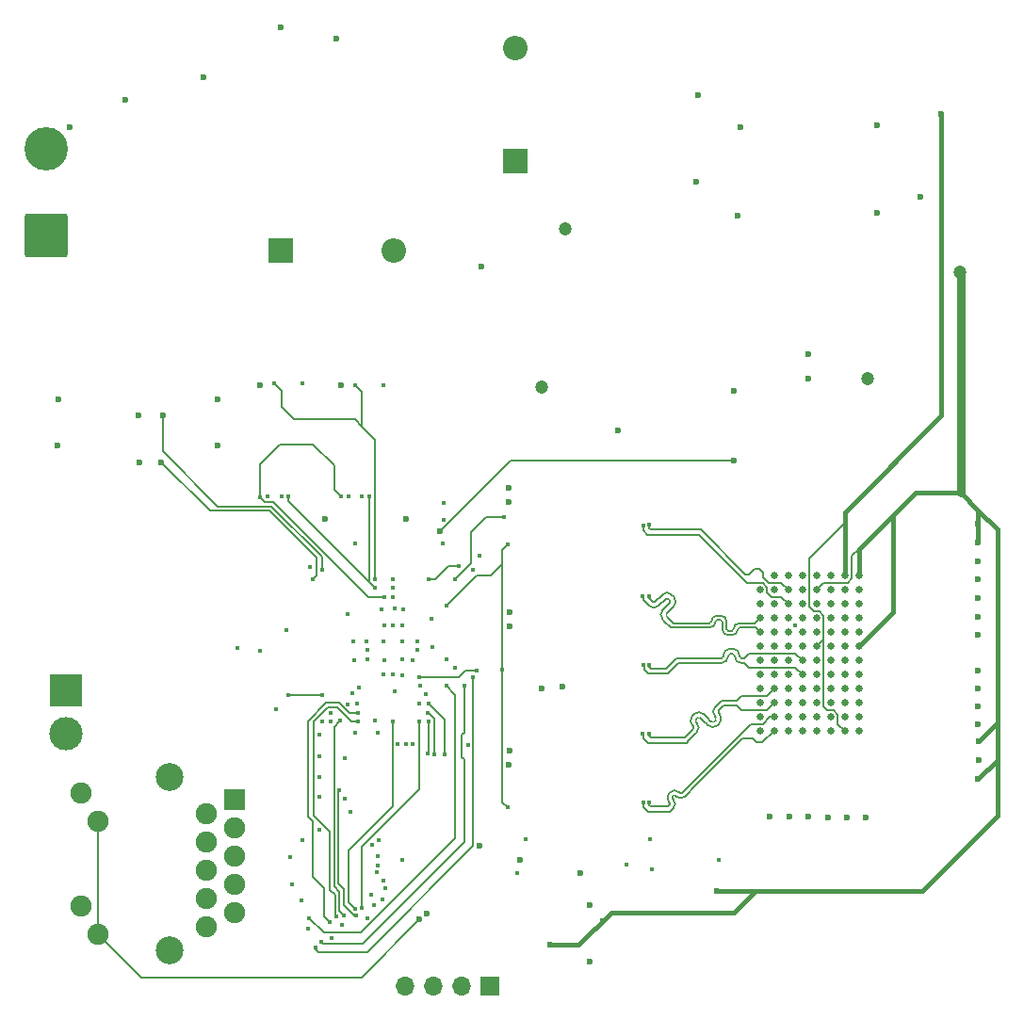
<source format=gbr>
%TF.GenerationSoftware,KiCad,Pcbnew,9.0.0*%
%TF.CreationDate,2025-02-27T19:38:35-05:00*%
%TF.ProjectId,S25-26,5332352d-3236-42e6-9b69-6361645f7063,rev?*%
%TF.SameCoordinates,Original*%
%TF.FileFunction,Copper,L3,Inr*%
%TF.FilePolarity,Positive*%
%FSLAX46Y46*%
G04 Gerber Fmt 4.6, Leading zero omitted, Abs format (unit mm)*
G04 Created by KiCad (PCBNEW 9.0.0) date 2025-02-27 19:38:35*
%MOMM*%
%LPD*%
G01*
G04 APERTURE LIST*
G04 Aperture macros list*
%AMRoundRect*
0 Rectangle with rounded corners*
0 $1 Rounding radius*
0 $2 $3 $4 $5 $6 $7 $8 $9 X,Y pos of 4 corners*
0 Add a 4 corners polygon primitive as box body*
4,1,4,$2,$3,$4,$5,$6,$7,$8,$9,$2,$3,0*
0 Add four circle primitives for the rounded corners*
1,1,$1+$1,$2,$3*
1,1,$1+$1,$4,$5*
1,1,$1+$1,$6,$7*
1,1,$1+$1,$8,$9*
0 Add four rect primitives between the rounded corners*
20,1,$1+$1,$2,$3,$4,$5,0*
20,1,$1+$1,$4,$5,$6,$7,0*
20,1,$1+$1,$6,$7,$8,$9,0*
20,1,$1+$1,$8,$9,$2,$3,0*%
G04 Aperture macros list end*
%TA.AperFunction,ComponentPad*%
%ADD10R,3.000000X3.000000*%
%TD*%
%TA.AperFunction,ComponentPad*%
%ADD11C,3.000000*%
%TD*%
%TA.AperFunction,ComponentPad*%
%ADD12C,1.900000*%
%TD*%
%TA.AperFunction,ComponentPad*%
%ADD13R,1.900000X1.900000*%
%TD*%
%TA.AperFunction,ComponentPad*%
%ADD14C,2.500000*%
%TD*%
%TA.AperFunction,ComponentPad*%
%ADD15RoundRect,0.250002X1.699998X-1.699998X1.699998X1.699998X-1.699998X1.699998X-1.699998X-1.699998X0*%
%TD*%
%TA.AperFunction,ComponentPad*%
%ADD16C,3.900000*%
%TD*%
%TA.AperFunction,ComponentPad*%
%ADD17R,2.200000X2.200000*%
%TD*%
%TA.AperFunction,ComponentPad*%
%ADD18O,2.200000X2.200000*%
%TD*%
%TA.AperFunction,ComponentPad*%
%ADD19R,1.700000X1.700000*%
%TD*%
%TA.AperFunction,ComponentPad*%
%ADD20O,1.700000X1.700000*%
%TD*%
%TA.AperFunction,ComponentPad*%
%ADD21C,0.640000*%
%TD*%
%TA.AperFunction,ViaPad*%
%ADD22C,0.400000*%
%TD*%
%TA.AperFunction,ViaPad*%
%ADD23C,0.600000*%
%TD*%
%TA.AperFunction,ViaPad*%
%ADD24C,1.200000*%
%TD*%
%TA.AperFunction,Conductor*%
%ADD25C,0.200000*%
%TD*%
%TA.AperFunction,Conductor*%
%ADD26C,0.400000*%
%TD*%
%TA.AperFunction,Conductor*%
%ADD27C,0.800000*%
%TD*%
G04 APERTURE END LIST*
D10*
%TO.N,/SCB3_RX*%
%TO.C,J3*%
X113600000Y-111620000D03*
D11*
%TO.N,/SCB3_TX*%
X113600000Y-115500000D03*
%TD*%
D12*
%TO.N,/PHY_LED0*%
%TO.C,J4*%
X116495000Y-133500000D03*
%TO.N,GND*%
X114975000Y-130960000D03*
%TO.N,/PHY_LED0*%
X116495000Y-123390000D03*
%TO.N,GND*%
X114975000Y-120850000D03*
D13*
%TO.N,unconnected-(J4-CT-PadR1)*%
X128765000Y-121460000D03*
D12*
%TO.N,/BI_DA_P*%
X126225000Y-122730000D03*
%TO.N,/BI_DA_N*%
X128765000Y-124000000D03*
%TO.N,/BI_DB_P*%
X126225000Y-125270000D03*
%TO.N,/BI_DB_N*%
X128765000Y-126540000D03*
%TO.N,/BI_DC_P*%
X126225000Y-127810000D03*
%TO.N,/BI_DC_N*%
X128765000Y-129080000D03*
%TO.N,/BI_DD_P*%
X126225000Y-130350000D03*
%TO.N,/BI_DD_N*%
X128765000Y-131620000D03*
%TO.N,GND*%
X126225000Y-132890000D03*
D14*
%TO.N,unconnected-(J4-PadSH)*%
X122925000Y-119400000D03*
X122925000Y-134950000D03*
%TD*%
D15*
%TO.N,/Voltage Regulation/DC_LINE_IN_28V*%
%TO.C,J1*%
X111825000Y-70675000D03*
D16*
%TO.N,GND*%
X111825000Y-62875000D03*
%TD*%
D17*
%TO.N,/Voltage Regulation/DC_LINE_IN_28V*%
%TO.C,D1*%
X132900000Y-72030000D03*
D18*
%TO.N,+3V3*%
X143060000Y-72030000D03*
%TD*%
D19*
%TO.N,/JTAG_SWCLK*%
%TO.C,J2*%
X151700000Y-138200000D03*
D20*
%TO.N,/JTAG_SWDIO*%
X149160000Y-138200000D03*
%TO.N,/JTAG_SWO*%
X146620000Y-138200000D03*
%TO.N,/JTAG_TDI*%
X144080000Y-138200000D03*
%TD*%
D17*
%TO.N,+3V3*%
%TO.C,D2*%
X154000000Y-64000000D03*
D18*
%TO.N,Net-(D2-A)*%
X154000000Y-53840000D03*
%TD*%
D21*
%TO.N,unconnected-(IC1-OUT2_N-PadA2)*%
%TO.C,IC1*%
X175970000Y-102560000D03*
%TO.N,unconnected-(IC1-OUT2_P-PadA3)*%
X175970000Y-103830000D03*
%TO.N,/LVDS Conversion/LVDS_CH05_N*%
X175970000Y-105100000D03*
%TO.N,/LVDS Conversion/LVDS_CH05_P*%
X175970000Y-106370000D03*
%TO.N,GND*%
X175970000Y-107640000D03*
%TO.N,+2V1*%
X175970000Y-108910000D03*
%TO.N,unconnected-(IC1-OUT12_N-PadA8)*%
X175970000Y-110180000D03*
%TO.N,unconnected-(IC1-OUT12_P-PadA9)*%
X175970000Y-111450000D03*
%TO.N,/LVDS Conversion/LVDS_CH15_N*%
X175970000Y-112720000D03*
%TO.N,/LVDS Conversion/LVDS_CH15_P*%
X175970000Y-113990000D03*
%TO.N,GND*%
X175970000Y-115260000D03*
%TO.N,/LVDS Conversion/LVDS_CTR_OUT_N*%
X177240000Y-101290000D03*
%TO.N,/LVDS Conversion/LVDS_CTR_OUT_P*%
X177240000Y-102560000D03*
%TO.N,unconnected-(IC1-OUT4_N-PadB3)*%
X177240000Y-103830000D03*
%TO.N,unconnected-(IC1-OUT4_P-PadB4)*%
X177240000Y-105100000D03*
%TO.N,/LVDS Conversion/LVDS_CH07_N*%
X177240000Y-106370000D03*
%TO.N,/LVDS Conversion/LVDS_CH07_P*%
X177240000Y-107640000D03*
%TO.N,unconnected-(IC1-OUT10_N-PadB7)*%
X177240000Y-108910000D03*
%TO.N,unconnected-(IC1-OUT10_P-PadB8)*%
X177240000Y-110180000D03*
%TO.N,/LVDS Conversion/LVDS_CH13_N*%
X177240000Y-111450000D03*
%TO.N,/LVDS Conversion/LVDS_CH13_P*%
X177240000Y-112720000D03*
%TO.N,/LVDS Conversion/LVDS_CLK_OUT_N*%
X177240000Y-113990000D03*
%TO.N,/LVDS Conversion/LVDS_CLK_OUT_P*%
X177240000Y-115260000D03*
%TO.N,GND*%
X178510000Y-101290000D03*
%TO.N,/LVDS Conversion/LVDS_CH01_N*%
X178510000Y-102560000D03*
%TO.N,/LVDS Conversion/LVDS_CH01_P*%
X178510000Y-103830000D03*
%TO.N,unconnected-(IC1-OUT6_N-PadC4)*%
X178510000Y-105100000D03*
%TO.N,unconnected-(IC1-OUT6_P-PadC5)*%
X178510000Y-106370000D03*
%TO.N,GND*%
X178510000Y-107640000D03*
%TO.N,+2V1*%
X178510000Y-108910000D03*
%TO.N,/LVDS Conversion/LVDS_CH11_N*%
X178510000Y-110180000D03*
%TO.N,/LVDS Conversion/LVDS_CH11_P*%
X178510000Y-111450000D03*
%TO.N,unconnected-(IC1-OUT16_N-PadC10)*%
X178510000Y-112720000D03*
%TO.N,unconnected-(IC1-OUT16_P-PadC11)*%
X178510000Y-113990000D03*
%TO.N,GND*%
X178510000Y-115260000D03*
%TO.N,/CMOS_CLK_IN_P*%
X179780000Y-101290000D03*
%TO.N,/CMOS_CLK_IN_N*%
X179780000Y-102560000D03*
%TO.N,/LVDS Conversion/LVDS_CH03_N*%
X179780000Y-103830000D03*
%TO.N,/LVDS Conversion/LVDS_CH03_P*%
X179780000Y-105100000D03*
%TO.N,unconnected-(IC1-OUT8_N-PadD5)*%
X179780000Y-106370000D03*
%TO.N,unconnected-(IC1-OUT8_P-PadD6)*%
X179780000Y-107640000D03*
%TO.N,/LVDS Conversion/LVDS_CH09_N*%
X179780000Y-108910000D03*
%TO.N,/LVDS Conversion/LVDS_CH09_P*%
X179780000Y-110180000D03*
%TO.N,unconnected-(IC1-OUT14_N-PadD9)*%
X179780000Y-111450000D03*
%TO.N,unconnected-(IC1-OUT14_P-PadD10)*%
X179780000Y-112720000D03*
%TO.N,Net-(IC1-VREF)*%
X179780000Y-113990000D03*
%TO.N,Net-(IC1-REF_ADC)*%
X179780000Y-115260000D03*
%TO.N,/CMOS_MASTER_CLK*%
X181050000Y-101290000D03*
%TO.N,+3V3*%
X181050000Y-102560000D03*
%TO.N,GND*%
X181050000Y-103830000D03*
%TO.N,+2V1*%
X181050000Y-105100000D03*
%TO.N,GND*%
X181050000Y-106370000D03*
%TO.N,+3V*%
X181050000Y-107640000D03*
%TO.N,+2V1*%
X181050000Y-108910000D03*
X181050000Y-110180000D03*
%TO.N,GND*%
X181050000Y-111450000D03*
%TO.N,Net-(IC1-SG_ADC)*%
X181050000Y-112720000D03*
%TO.N,Net-(IC1-VRAMP1)*%
X181050000Y-113990000D03*
%TO.N,Net-(IC1-VRAMP2)*%
X181050000Y-115260000D03*
%TO.N,GND*%
X182320000Y-101290000D03*
%TO.N,/FRAME_REQ*%
X182320000Y-102560000D03*
%TO.N,/CMOS_SPI_MOSI*%
X182320000Y-103830000D03*
%TO.N,/CMOS_SPI_MISO*%
X182320000Y-105100000D03*
%TO.N,Net-(IC1-CMD_P__INV)*%
X182320000Y-106370000D03*
%TO.N,Net-(IC1-VPCH_H)*%
X182320000Y-107640000D03*
%TO.N,Net-(IC1-VRES_H)*%
X182320000Y-108910000D03*
%TO.N,Net-(IC1-VTF_L2)*%
X182320000Y-110180000D03*
%TO.N,Net-(IC1-COL_LOAD)*%
X182320000Y-111450000D03*
%TO.N,Net-(IC1-RAMP)*%
X182320000Y-112720000D03*
%TO.N,unconnected-(IC1-DIO1-PadF11)*%
X182320000Y-113990000D03*
%TO.N,GND*%
X182320000Y-115260000D03*
%TO.N,+3V*%
X183590000Y-101290000D03*
%TO.N,unconnected-(IC1-TDIG2-PadG2)*%
X183590000Y-102560000D03*
%TO.N,unconnected-(IC1-T_EXP2-PadG3)*%
X183590000Y-103830000D03*
%TO.N,/CMOS_SPI_EN*%
X183590000Y-105100000D03*
%TO.N,Net-(IC1-CMD_P)*%
X183590000Y-106370000D03*
%TO.N,Net-(IC1-CMD_N)*%
X183590000Y-107640000D03*
%TO.N,unconnected-(IC1-TANA-PadG7)*%
X183590000Y-108910000D03*
%TO.N,GND*%
X183590000Y-110180000D03*
%TO.N,Net-(IC1-COL_AMP)*%
X183590000Y-111450000D03*
%TO.N,Net-(IC1-ADC)*%
X183590000Y-112720000D03*
%TO.N,Net-(IC1-VBGAP)*%
X183590000Y-113990000D03*
%TO.N,+3V*%
X183590000Y-115260000D03*
%TO.N,+3V3*%
X184860000Y-101290000D03*
%TO.N,unconnected-(IC1-TDIG1-PadH2)*%
X184860000Y-102560000D03*
%TO.N,unconnected-(IC1-T_EXP1-PadH3)*%
X184860000Y-103830000D03*
%TO.N,/CMOS_SPI_CLK*%
X184860000Y-105100000D03*
%TO.N,/CMOS_RESET_N*%
X184860000Y-106370000D03*
%TO.N,+3V3*%
X184860000Y-107640000D03*
%TO.N,GND*%
X184860000Y-108910000D03*
%TO.N,Net-(IC1-VRES_L)*%
X184860000Y-110180000D03*
%TO.N,Net-(IC1-VTF_L3)*%
X184860000Y-111450000D03*
%TO.N,Net-(IC1-COL_PC)*%
X184860000Y-112720000D03*
%TO.N,Net-(IC1-LVDS)*%
X184860000Y-113990000D03*
%TO.N,unconnected-(IC1-DIO2-PadH12)*%
X184860000Y-115260000D03*
%TD*%
D22*
%TO.N,GND*%
X139440000Y-107200000D03*
%TO.N,/FRAME_REQ*%
X147830000Y-108800000D03*
%TO.N,/Processing/QSPI_SCLK*%
X139600000Y-98400000D03*
%TO.N,/Processing/EXT_PS_CTL1*%
X154900000Y-125000000D03*
%TO.N,/LVDS Conversion/LVDS_RECV_EN*%
X147800000Y-104000000D03*
X153300000Y-122100000D03*
%TO.N,/Processing/EXT_PS_CTL1*%
X146450000Y-105200000D03*
%TO.N,/CMOS_SPI_EN*%
X179100000Y-105750000D03*
%TO.N,/LVDS Conversion/LVDS_RECV_EN*%
X152845000Y-109700000D03*
X153300000Y-98500000D03*
%TO.N,/LVDS Conversion/CMOS_CTR_OUT*%
X153000000Y-96000000D03*
%TO.N,/Processing/ECO_IN*%
X154200000Y-128000000D03*
%TO.N,/Processing/QSPI_IO2*%
X132330000Y-84030000D03*
%TO.N,/Processing/QSPI_SEL0*%
X134870000Y-84030000D03*
%TO.N,/Processing/QSPI_IO2*%
X139600000Y-84200000D03*
%TO.N,/Processing/QSPI_SEL1*%
X142140000Y-84200000D03*
%TO.N,GND*%
X129000000Y-107750000D03*
X131050000Y-108050000D03*
%TO.N,+3V3*%
X133400000Y-106150000D03*
%TO.N,/Processing/EXT_PS_CTL1*%
X166100000Y-125000000D03*
%TO.N,/Processing/DRV_VOUT*%
X166300000Y-127700000D03*
%TO.N,/Processing/EXT_PS_CTL0*%
X164000000Y-127250000D03*
%TO.N,/CMOS_SPI_EN*%
X146200000Y-101600000D03*
X148900000Y-100400000D03*
%TO.N,GND*%
X149798400Y-116500000D03*
%TO.N,/JTAG_TDI*%
X146100000Y-117300000D03*
%TO.N,/JTAG_SWO*%
X146700000Y-117400000D03*
%TO.N,/JTAG_SWCLK*%
X147650000Y-117400000D03*
%TO.N,/Processing/DRV_VOUT*%
X143412500Y-116387500D03*
%TO.N,/Processing/EXT_PS_CTL0*%
X144200000Y-116400000D03*
%TO.N,/Processing/EXT_PS_CTL1*%
X144800000Y-116400000D03*
%TO.N,/CMOS_SPI_MOSI*%
X145975000Y-111925000D03*
%TO.N,/Processing/EXT_PS_CTL1*%
X145450000Y-111150000D03*
%TO.N,/CMOS_SPI_CLK*%
X150500000Y-109800000D03*
X145400000Y-110400000D03*
%TO.N,/Processing/ECO_IN*%
X141600000Y-115400000D03*
%TO.N,GND*%
X141400000Y-114350000D03*
%TO.N,/ETH0_RX_CTL*%
X142975000Y-114435000D03*
%TO.N,/ETH0_RX_CLK*%
X145400000Y-114400000D03*
%TO.N,/JTAG_TDI*%
X146190000Y-114430000D03*
%TO.N,/JTAG_SWO*%
X146159427Y-113618400D03*
%TO.N,/HRSTN*%
X147800000Y-111200000D03*
%TO.N,/ETH0_MDIO*%
X149400000Y-111200000D03*
%TO.N,/ETH0_MDC*%
X150200000Y-110400000D03*
%TO.N,/CMOS_RESET_N*%
X148600000Y-109550000D03*
%TO.N,/CMOS_SPI_MISO*%
X145400000Y-112800000D03*
%TO.N,/JTAG_SWCLK*%
X146200000Y-112800000D03*
%TO.N,GND*%
X143150000Y-111650000D03*
%TO.N,+3V3*%
X142150000Y-110200000D03*
X143000000Y-110200000D03*
X143875000Y-110225000D03*
%TO.N,/SCB3_RX*%
X136600000Y-112000000D03*
%TO.N,/LVDS Conversion/LVDS_CH01_P*%
X165510000Y-96750000D03*
%TO.N,/LVDS Conversion/LVDS_CH01_N*%
X166020000Y-96730000D03*
%TO.N,/LVDS Conversion/LVDS_CH05_P*%
X165400000Y-103100000D03*
%TO.N,/LVDS Conversion/LVDS_CH05_N*%
X166000000Y-103100000D03*
%TO.N,/LVDS Conversion/LVDS_CH09_P*%
X165500000Y-109300000D03*
%TO.N,/LVDS Conversion/LVDS_CH09_N*%
X166055499Y-109305000D03*
%TO.N,/LVDS Conversion/LVDS_CH13_P*%
X165400000Y-115500000D03*
%TO.N,/LVDS Conversion/LVDS_CH13_N*%
X166000000Y-115500000D03*
%TO.N,/LVDS Conversion/LVDS_CLK_OUT_P*%
X165498397Y-121700000D03*
%TO.N,/LVDS Conversion/LVDS_CLK_OUT_N*%
X166000000Y-121700000D03*
%TO.N,GND*%
X172300000Y-126850000D03*
%TO.N,/HRSTN*%
X135450000Y-132060000D03*
%TO.N,GND*%
X135400000Y-133000000D03*
%TO.N,/ETH0_MDC*%
X136050000Y-134750000D03*
%TO.N,/ETH0_MDIO*%
X136525000Y-134200000D03*
%TO.N,GND*%
X137500000Y-133900000D03*
%TO.N,/ETH0_RXD_3*%
X137350000Y-132435000D03*
%TO.N,/ETH0_RXD_1*%
X138625000Y-131835000D03*
%TO.N,/ETH0_RXD_2*%
X137925000Y-131910000D03*
%TO.N,GND*%
X138400000Y-132700000D03*
%TO.N,/ETH0_RXD_0*%
X139650000Y-131835000D03*
%TO.N,/ETH0_RX_CTL*%
X139600000Y-131235000D03*
%TO.N,/ETH0_RX_CLK*%
X140210000Y-131160000D03*
%TO.N,GND*%
X140700000Y-132100000D03*
X141300000Y-130900000D03*
X134800000Y-130500000D03*
%TO.N,/VDD1V1*%
X133955000Y-129055000D03*
X133775000Y-126560000D03*
%TO.N,GND*%
X134900000Y-125100000D03*
%TO.N,/VDD1V1*%
X136400000Y-124100000D03*
X141098159Y-125448159D03*
%TO.N,GND*%
X141700000Y-125100000D03*
%TO.N,/ETH0_TX_CLK*%
X141600000Y-126479751D03*
%TO.N,/ETH0_TXD_0*%
X141550000Y-127960000D03*
%TO.N,/ETH0_TX_CTL*%
X141625000Y-127335000D03*
%TO.N,/VDD1V1*%
X141050000Y-129935000D03*
%TO.N,/ETH0_TXD_3*%
X142100000Y-130410000D03*
%TO.N,/ETH0_TXD_2*%
X142275000Y-129360000D03*
%TO.N,/ETH0_TXD_1*%
X142150000Y-128735000D03*
%TO.N,GND*%
X143850000Y-126850000D03*
X139150000Y-122535000D03*
X138700000Y-121300000D03*
X136400000Y-121200000D03*
%TO.N,/ETH0_RXD_0*%
X138200000Y-120585000D03*
%TO.N,GND*%
X136400000Y-119400000D03*
X136400000Y-117500000D03*
X138700000Y-117700000D03*
X136400000Y-115600000D03*
X143950000Y-104300000D03*
X142012500Y-104287500D03*
X143175000Y-104275000D03*
X135500000Y-100500000D03*
%TO.N,/Processing/TEMPR_ADC0 (P6.0)*%
X136600000Y-100800000D03*
%TO.N,/Processing/TEMPR_ADC1 (P6.1)*%
X135800000Y-101600000D03*
%TO.N,/ETH0_TXD_0*%
X137392500Y-113607500D03*
%TO.N,/SCB3_RX*%
X133600000Y-112000000D03*
%TO.N,GND*%
X132500000Y-113300000D03*
%TO.N,/ETH0_TX_CLK*%
X137442500Y-114400000D03*
%TO.N,/ETH0_TX_CTL*%
X136600000Y-114385000D03*
%TO.N,/ETH0_RXD_1*%
X138242500Y-114342500D03*
%TO.N,GND*%
X139600000Y-115400000D03*
%TO.N,/ETH0_RXD_2*%
X139825000Y-114409744D03*
%TO.N,/ETH0_RXD_3*%
X139815257Y-113600001D03*
%TO.N,/ETH0_TXD_1*%
X138950000Y-112850000D03*
%TO.N,/ETH0_TXD_3*%
X139807629Y-112792371D03*
%TO.N,/ETH0_TXD_2*%
X139329424Y-111849504D03*
%TO.N,/Processing/EXT_PS_CTL1*%
X139950000Y-111350000D03*
%TO.N,GND*%
X139500000Y-108900000D03*
X138950000Y-104750000D03*
%TO.N,+3V3*%
X140700000Y-108800000D03*
X140700000Y-108000000D03*
X140637500Y-107162500D03*
X142200000Y-105800000D03*
X143850000Y-105800000D03*
X143000000Y-105800000D03*
%TO.N,GND*%
X142150000Y-107200000D03*
X142200000Y-108850000D03*
X143800000Y-108800000D03*
X143800000Y-107200000D03*
X146575400Y-107710000D03*
%TO.N,+3V3*%
X144800000Y-108900000D03*
X145150000Y-108000000D03*
X145200000Y-107200000D03*
%TO.N,/Processing/QSPI_IO3*%
X140870000Y-94200000D03*
%TO.N,GND*%
X140200000Y-94200000D03*
X139000000Y-94200000D03*
%TO.N,/Processing/QSPI_IO0*%
X138315000Y-94185000D03*
%TO.N,/Processing/QSPI_IO3*%
X133600000Y-94200000D03*
%TO.N,GND*%
X133000000Y-94200000D03*
X131700000Y-94200000D03*
%TO.N,/Processing/QSPI_IO0*%
X131081801Y-94218199D03*
%TO.N,GND*%
X147500000Y-98400000D03*
X147550000Y-96250000D03*
X147550000Y-94750000D03*
%TO.N,/CMOS_SPI_EN*%
X150800000Y-99500000D03*
%TO.N,GND*%
X150150000Y-100800000D03*
%TO.N,/LVDS Conversion/CMOS_CTR_OUT*%
X148600000Y-101600000D03*
%TO.N,/Processing/QSPI_IO0*%
X142200000Y-103200000D03*
%TO.N,/Processing/QSPI_SCLK*%
X143000000Y-103200000D03*
%TO.N,/Processing/QSPI_SEL1*%
X143000000Y-102400000D03*
%TO.N,/Processing/QSPI_SEL0*%
X143000000Y-101600000D03*
%TO.N,/Processing/QSPI_IO3*%
X141400000Y-102400000D03*
%TO.N,/Processing/QSPI_IO2*%
X141400002Y-101600000D03*
D23*
%TO.N,+2V1*%
X190400000Y-67200000D03*
D24*
%TO.N,+3V3*%
X158500000Y-70100000D03*
D23*
X161850000Y-132350000D03*
X172100000Y-129600000D03*
X153500000Y-105820000D03*
D24*
X194000000Y-74000000D03*
D23*
X195600000Y-98300000D03*
X195615000Y-116210000D03*
X127200000Y-89600000D03*
X195600000Y-96600000D03*
X163200000Y-88200000D03*
X153445000Y-118255000D03*
X195605000Y-119530000D03*
X158200000Y-111300000D03*
X153400000Y-94665000D03*
X157100000Y-134500000D03*
X127200000Y-85400000D03*
%TO.N,+3V*%
X192300000Y-59800000D03*
%TO.N,GND*%
X195600000Y-109800000D03*
X153500000Y-116985000D03*
X154400000Y-126850000D03*
X178600000Y-122980000D03*
X173650000Y-84700000D03*
X186500000Y-60800000D03*
X180300000Y-83600000D03*
X195600000Y-103300000D03*
X153400000Y-93400000D03*
X195600000Y-111400000D03*
X176820000Y-122970000D03*
X150950000Y-73500000D03*
X180340000Y-122970000D03*
X180300000Y-81400000D03*
X125950000Y-56500000D03*
D24*
X185630000Y-83570000D03*
D23*
X182070000Y-123020000D03*
X113950000Y-61000000D03*
X170225000Y-65900000D03*
X153500000Y-104550000D03*
X195600000Y-113000000D03*
X160700000Y-136000000D03*
X112875000Y-89600000D03*
D24*
X156400000Y-84300000D03*
D23*
X174200000Y-61000000D03*
X159800000Y-128000000D03*
X170450000Y-58050000D03*
X174000000Y-68900000D03*
X186500000Y-68700000D03*
X160700000Y-130900000D03*
X136900000Y-96200000D03*
X132950000Y-52025000D03*
X137950000Y-53000000D03*
X195600000Y-106600000D03*
X112900000Y-85400000D03*
X144200000Y-96200000D03*
X150750000Y-125600000D03*
X195605000Y-114630000D03*
X195600000Y-105000000D03*
X120175000Y-91100000D03*
X195600000Y-100000000D03*
X118950000Y-58500000D03*
X131060000Y-84140000D03*
X120099997Y-86900000D03*
X138330000Y-84130000D03*
X183770000Y-123000000D03*
X156400000Y-111400000D03*
X195635000Y-117860000D03*
X195600000Y-101600000D03*
X185480000Y-122990000D03*
X146014579Y-131687851D03*
%TO.N,/CMOS_MASTER_CLK*%
X147200000Y-97300000D03*
X173600000Y-90900000D03*
%TO.N,/Processing/TEMPR_ADC1 (P6.1)*%
X122200000Y-91100000D03*
%TO.N,/Processing/TEMPR_ADC0 (P6.0)*%
X122300000Y-86900000D03*
%TO.N,/PHY_LED0*%
X145400000Y-132200000D03*
%TD*%
D25*
%TO.N,/JTAG_SWO*%
X146700000Y-114100000D02*
X146700000Y-117400000D01*
X146230000Y-113630000D02*
X146700000Y-114100000D01*
X146159427Y-113618400D02*
X146171027Y-113630000D01*
X146171027Y-113630000D02*
X146230000Y-113630000D01*
%TO.N,/JTAG_TDI*%
X146200000Y-114440000D02*
X146200000Y-117100000D01*
X146200000Y-117100000D02*
X146100000Y-117200000D01*
X146190000Y-114430000D02*
X146200000Y-114440000D01*
X146100000Y-117200000D02*
X146100000Y-117300000D01*
%TO.N,/LVDS Conversion/LVDS_RECV_EN*%
X152845000Y-109700000D02*
X152845000Y-121645000D01*
%TO.N,/ETH0_MDC*%
X140700000Y-135100000D02*
X150200000Y-125600000D01*
X150200000Y-125600000D02*
X150200000Y-110400000D01*
X136300000Y-135100000D02*
X140700000Y-135100000D01*
X136050000Y-134850000D02*
X136300000Y-135100000D01*
X136050000Y-134750000D02*
X136050000Y-134850000D01*
%TO.N,/HRSTN*%
X136790000Y-133400000D02*
X135450000Y-132060000D01*
X140110000Y-133400000D02*
X136790000Y-133400000D01*
X148600000Y-124910000D02*
X140110000Y-133400000D01*
X148600000Y-112000000D02*
X148600000Y-124910000D01*
X147800000Y-111200000D02*
X148600000Y-112000000D01*
%TO.N,/ETH0_RX_CLK*%
X145400000Y-120500000D02*
X145400000Y-114400000D01*
X140225000Y-131160000D02*
X140225000Y-125675000D01*
X140225000Y-125675000D02*
X145400000Y-120500000D01*
%TO.N,/Processing/TEMPR_ADC1 (P6.1)*%
X136100000Y-99665686D02*
X136100000Y-101300000D01*
X131884314Y-95450000D02*
X136100000Y-99665686D01*
X136100000Y-101300000D02*
X135800000Y-101600000D01*
X126550000Y-95450000D02*
X131884314Y-95450000D01*
X122200000Y-91100000D02*
X126550000Y-95450000D01*
%TO.N,/CMOS_SPI_EN*%
X148000000Y-100400000D02*
X148900000Y-100400000D01*
X146800000Y-101600000D02*
X148000000Y-100400000D01*
X146200000Y-101600000D02*
X146800000Y-101600000D01*
%TO.N,/ETH0_MDIO*%
X149200000Y-117600000D02*
X149400000Y-117800000D01*
X149400000Y-117800000D02*
X149400000Y-125241372D01*
X149400000Y-115400000D02*
X149200000Y-115600000D01*
X149200000Y-115600000D02*
X149200000Y-117600000D01*
X136725000Y-134400000D02*
X136525000Y-134200000D01*
X149400000Y-125241372D02*
X140241372Y-134400000D01*
X140241372Y-134400000D02*
X136725000Y-134400000D01*
X149400000Y-111200000D02*
X149400000Y-115400000D01*
%TO.N,/JTAG_TDI*%
X146100000Y-117300000D02*
X146100000Y-117400000D01*
%TO.N,/CMOS_SPI_CLK*%
X149500000Y-109800000D02*
X148900000Y-110400000D01*
X150500000Y-109800000D02*
X149500000Y-109800000D01*
X148900000Y-110400000D02*
X145400000Y-110400000D01*
%TO.N,/Processing/QSPI_IO0*%
X138315000Y-94185000D02*
X138330000Y-94200000D01*
X131081801Y-94218199D02*
X131060000Y-94196397D01*
%TO.N,/Processing/QSPI_IO2*%
X141400002Y-101600000D02*
X141400002Y-101615258D01*
%TO.N,+3V3*%
X181050000Y-102560000D02*
X181700000Y-101910000D01*
X183846813Y-101910000D02*
X184260000Y-101496813D01*
D26*
X197310000Y-117825000D02*
X197310000Y-122900000D01*
X195600000Y-96600000D02*
X195600000Y-98300000D01*
X184860000Y-101290000D02*
X184860000Y-98930000D01*
X162600000Y-131600000D02*
X159700000Y-134500000D01*
X159700000Y-134500000D02*
X157100000Y-134500000D01*
X195600000Y-95390000D02*
X194040000Y-93830000D01*
X194040000Y-93830000D02*
X189960000Y-93830000D01*
X195600000Y-95390000D02*
X197310000Y-97100000D01*
X190610000Y-129600000D02*
X175600000Y-129600000D01*
X197310000Y-117825000D02*
X195605000Y-119530000D01*
X197310000Y-122900000D02*
X190610000Y-129600000D01*
X187915000Y-95875000D02*
X189960000Y-93830000D01*
X197310000Y-97100000D02*
X197310000Y-114515000D01*
X184860000Y-98930000D02*
X187915000Y-95875000D01*
X184860000Y-107640000D02*
X187915000Y-104585000D01*
X175600000Y-129600000D02*
X173600000Y-131600000D01*
X173600000Y-131600000D02*
X162600000Y-131600000D01*
X197310000Y-114515000D02*
X195615000Y-116210000D01*
D25*
X181700000Y-101910000D02*
X183846813Y-101910000D01*
X184260000Y-101496813D02*
X184260000Y-99530000D01*
D26*
X175600000Y-129600000D02*
X172100000Y-129600000D01*
X195600000Y-96600000D02*
X195600000Y-95390000D01*
X187915000Y-104585000D02*
X187915000Y-95875000D01*
D27*
X194040000Y-74040000D02*
X194040000Y-93830000D01*
D26*
X197310000Y-114515000D02*
X197310000Y-117825000D01*
D25*
X184260000Y-99530000D02*
X184860000Y-98930000D01*
%TO.N,+3V*%
X183590000Y-96550000D02*
X180430000Y-99710000D01*
X181700000Y-104873187D02*
X181700000Y-106850000D01*
X181306813Y-104480000D02*
X181700000Y-104873187D01*
X180430000Y-104086813D02*
X180823187Y-104480000D01*
X180823187Y-104480000D02*
X181306813Y-104480000D01*
D26*
X192300000Y-86910000D02*
X183590000Y-95620000D01*
D25*
X181050000Y-107640000D02*
X181700000Y-106990000D01*
D26*
X192300000Y-59800000D02*
X192300000Y-86910000D01*
X183590000Y-95620000D02*
X183590000Y-96550000D01*
D25*
X180430000Y-99710000D02*
X180430000Y-104086813D01*
X182970000Y-113763187D02*
X182576813Y-113370000D01*
X182576813Y-113370000D02*
X182040000Y-113370000D01*
X183590000Y-115260000D02*
X182970000Y-114640000D01*
X181700000Y-106990000D02*
X181700000Y-106850000D01*
X182040000Y-113370000D02*
X181700000Y-113030000D01*
X181700000Y-113030000D02*
X181700000Y-106850000D01*
X182970000Y-114640000D02*
X182970000Y-113763187D01*
D26*
X183590000Y-101290000D02*
X183590000Y-96550000D01*
D25*
%TO.N,/LVDS Conversion/LVDS_CH13_P*%
X169550000Y-116120000D02*
X169370000Y-116300000D01*
X173930000Y-112945000D02*
X172725000Y-112945000D01*
X169370000Y-116300000D02*
X165900000Y-116300000D01*
X172725000Y-112945000D02*
X172270000Y-113400000D01*
X170148678Y-115521320D02*
X169550000Y-116120000D01*
X170965050Y-114389949D02*
X170625598Y-114050497D01*
X165900000Y-116300000D02*
X165500000Y-115900000D01*
X174325000Y-113340000D02*
X173930000Y-112945000D01*
X172270000Y-113650686D02*
X172326621Y-113707307D01*
X171304516Y-114729414D02*
X171247896Y-114672794D01*
X176620000Y-113340000D02*
X174325000Y-113340000D01*
X171247896Y-114672794D02*
X170965053Y-114389951D01*
X177240000Y-112720000D02*
X176620000Y-113340000D01*
X172326620Y-114587993D02*
X172185200Y-114729414D01*
X170374911Y-114050497D02*
X170233489Y-114191918D01*
X170233489Y-114442604D02*
X170290098Y-114499213D01*
X165500000Y-115900000D02*
X165500000Y-115500000D01*
X170965053Y-114389951D02*
X170965050Y-114389949D01*
X170290098Y-115379898D02*
X170148678Y-115521320D01*
X170233489Y-114191918D02*
G75*
G03*
X170233450Y-114442643I125311J-125382D01*
G01*
X172270000Y-113400000D02*
G75*
G03*
X172270043Y-113650643I125300J-125300D01*
G01*
X170625598Y-114050497D02*
G75*
G03*
X170374910Y-114050496I-125344J-125343D01*
G01*
X172326621Y-113707307D02*
G75*
G02*
X172326571Y-114587943I-440321J-440293D01*
G01*
X172185200Y-114729414D02*
G75*
G02*
X171304516Y-114729414I-440342J440341D01*
G01*
X170290098Y-114499213D02*
G75*
G02*
X170290143Y-115379943I-440298J-440387D01*
G01*
%TO.N,/LVDS Conversion/LVDS_CLK_OUT_P*%
X169370684Y-121009316D02*
X170125000Y-120255000D01*
X174420000Y-115960000D02*
X175360000Y-115960000D01*
X167880000Y-122500000D02*
X168195000Y-122185000D01*
X165900000Y-122500000D02*
X167880000Y-122500000D01*
X175690000Y-116290000D02*
X176210000Y-116290000D01*
X170125000Y-120255000D02*
X174420000Y-115960000D01*
X175360000Y-115960000D02*
X175690000Y-116290000D01*
X176210000Y-116290000D02*
X177240000Y-115260000D01*
X168195000Y-121409728D02*
X168119000Y-121333728D01*
X168401843Y-121050885D02*
X168477844Y-121126886D01*
X168119000Y-121168454D02*
X168236571Y-121050884D01*
X165500000Y-122100000D02*
X165900000Y-122500000D01*
X169253116Y-121126886D02*
X169370684Y-121009316D01*
X165500000Y-121700000D02*
X165500000Y-122100000D01*
X168236571Y-121050884D02*
G75*
G02*
X168401836Y-121050891I82629J-82616D01*
G01*
X168477844Y-121126886D02*
G75*
G03*
X169253116Y-121126886I387636J387636D01*
G01*
X168195000Y-122185000D02*
G75*
G03*
X168194964Y-121409764I-387600J387600D01*
G01*
X168119000Y-121333728D02*
G75*
G02*
X168119009Y-121168463I82600J82628D01*
G01*
%TO.N,/LVDS Conversion/LVDS_CH01_P*%
X176620000Y-102333187D02*
X176226813Y-101940000D01*
X170510000Y-97590000D02*
X170480000Y-97590000D01*
X178510000Y-103830000D02*
X177860000Y-103180000D01*
X176620000Y-102816813D02*
X176620000Y-102333187D01*
X165510000Y-96750000D02*
X165510000Y-97210000D01*
X176226813Y-101940000D02*
X174860000Y-101940000D01*
X174860000Y-101940000D02*
X170510000Y-97590000D01*
X165890000Y-97590000D02*
X166620000Y-97590000D01*
X170480000Y-97590000D02*
X166620000Y-97590000D01*
X165510000Y-97210000D02*
X165890000Y-97590000D01*
X177860000Y-103180000D02*
X176983187Y-103180000D01*
X176983187Y-103180000D02*
X176620000Y-102816813D01*
%TO.N,/LVDS Conversion/LVDS_CLK_OUT_N*%
X167814001Y-120863455D02*
X167931572Y-120745885D01*
X176250000Y-114610000D02*
X176870000Y-113990000D01*
X175160000Y-114610000D02*
X176250000Y-114610000D01*
X168948119Y-120821886D02*
X169065685Y-120704317D01*
X169820000Y-119950000D02*
X175160000Y-114610000D01*
X167890001Y-121714727D02*
X167814001Y-121638727D01*
X166000000Y-121700000D02*
X166000000Y-121900000D01*
X167890000Y-121880000D02*
X167890001Y-121880001D01*
X169065685Y-120704317D02*
X169820000Y-119950000D01*
X166000000Y-121900000D02*
X166150000Y-122050000D01*
X166150000Y-122050000D02*
X167720000Y-122050000D01*
X176870000Y-113990000D02*
X177240000Y-113990000D01*
X167720000Y-122050000D02*
X167890000Y-121880000D01*
X168706844Y-120745885D02*
X168782845Y-120821886D01*
X168782845Y-120821886D02*
G75*
G03*
X168948119Y-120821886I82637J82638D01*
G01*
X167814001Y-121638727D02*
G75*
G02*
X167814010Y-120863464I387599J387627D01*
G01*
X167890001Y-121880001D02*
G75*
G03*
X167889965Y-121714763I-82601J82601D01*
G01*
X167931572Y-120745885D02*
G75*
G02*
X168706844Y-120745885I387636J-387636D01*
G01*
%TO.N,/LVDS Conversion/LVDS_CH05_N*%
X167744213Y-105044213D02*
X168260001Y-105560001D01*
X166000000Y-103300000D02*
X166330000Y-103630000D01*
X168083828Y-103007540D02*
X168225249Y-103148961D01*
X170150000Y-105560001D02*
X171040000Y-105560001D01*
X171460000Y-105560001D02*
X171140000Y-105560001D01*
X168225250Y-104064647D02*
X167602789Y-104687105D01*
X167602790Y-104902791D02*
X167744213Y-105044213D01*
X168260001Y-105560001D02*
X170150000Y-105560001D01*
X166000000Y-103100000D02*
X166000000Y-103300000D01*
X166330000Y-103630000D02*
X166329998Y-103629999D01*
X173000000Y-105960001D02*
X173000000Y-105420001D01*
X173460000Y-106240001D02*
X173140000Y-106240001D01*
X171140000Y-105560001D02*
X171040000Y-105560001D01*
X175509999Y-105560001D02*
X174140000Y-105560001D01*
X172460000Y-104880001D02*
X172140000Y-104880001D01*
X175970000Y-105100000D02*
X175509999Y-105560001D01*
X173000000Y-106100001D02*
X173000000Y-105960001D01*
X166545686Y-103630001D02*
X167168144Y-103007540D01*
X173600000Y-106100001D02*
G75*
G02*
X173460000Y-106240000I-140000J1D01*
G01*
X167168144Y-103007540D02*
G75*
G02*
X168083828Y-103007540I457842J-457843D01*
G01*
X173140000Y-106240001D02*
G75*
G02*
X172999999Y-106100001I0J140001D01*
G01*
X171600000Y-105420001D02*
G75*
G02*
X171460000Y-105560000I-140000J1D01*
G01*
X173000000Y-105420001D02*
G75*
G03*
X172460000Y-104880000I-540000J1D01*
G01*
X174140000Y-105560001D02*
G75*
G03*
X173600001Y-106100001I0J-539999D01*
G01*
X167602789Y-104687105D02*
G75*
G03*
X167602837Y-104902743I107811J-107795D01*
G01*
X166329998Y-103629999D02*
G75*
G03*
X166545643Y-103629958I107802J107799D01*
G01*
X172140000Y-104880001D02*
G75*
G03*
X171600001Y-105420001I0J-539999D01*
G01*
X168225249Y-103148961D02*
G75*
G02*
X168225246Y-104064643I-457849J-457839D01*
G01*
%TO.N,/LVDS Conversion/LVDS_CH09_P*%
X167703200Y-110105000D02*
X168658200Y-109150000D01*
X174980000Y-109560000D02*
X179160000Y-109560000D01*
X165555499Y-109705000D02*
X165955499Y-110105000D01*
X174336000Y-109150000D02*
X174540000Y-109150000D01*
X174570000Y-109150000D02*
X174980000Y-109560000D01*
X179160000Y-109560000D02*
X179780000Y-110180000D01*
X174540000Y-109150000D02*
X174550000Y-109150000D01*
X173133000Y-108517000D02*
X173133000Y-108482204D01*
X173316000Y-108299204D02*
X173520000Y-108299204D01*
X168658200Y-109150000D02*
X172500000Y-109150000D01*
X165555499Y-109305000D02*
X165555499Y-109705000D01*
X174550000Y-109150000D02*
X174570000Y-109150000D01*
X165955499Y-110105000D02*
X167703200Y-110105000D01*
X173703000Y-108482204D02*
X173703000Y-108517000D01*
X173133000Y-108482204D02*
G75*
G02*
X173316000Y-108299200I183000J4D01*
G01*
X172500000Y-109150000D02*
G75*
G03*
X173133000Y-108517000I0J633000D01*
G01*
X173520000Y-108299204D02*
G75*
G02*
X173702996Y-108482204I0J-182996D01*
G01*
X173703000Y-108517000D02*
G75*
G03*
X174336000Y-109150000I633000J0D01*
G01*
%TO.N,/CMOS_MASTER_CLK*%
X153600000Y-90900000D02*
X173600000Y-90900000D01*
X147200000Y-97300000D02*
X153600000Y-90900000D01*
%TO.N,/LVDS Conversion/LVDS_CH09_N*%
X172683000Y-108517000D02*
X172683000Y-108482204D01*
X179160000Y-108290000D02*
X179780000Y-108910000D01*
X174540000Y-108700000D02*
X174550000Y-108700000D01*
X174336000Y-108700000D02*
X174540000Y-108700000D01*
X168471800Y-108700000D02*
X172500000Y-108700000D01*
X173316000Y-107849204D02*
X173520000Y-107849204D01*
X174560000Y-108700000D02*
X174970000Y-108290000D01*
X174970000Y-108290000D02*
X179160000Y-108290000D01*
X167510900Y-109660900D02*
X168471800Y-108700000D01*
X174550000Y-108700000D02*
X174560000Y-108700000D01*
X174153000Y-108482204D02*
X174153000Y-108517000D01*
X166055499Y-109505000D02*
X166211399Y-109660900D01*
X166055499Y-109305000D02*
X166055499Y-109505000D01*
X166211399Y-109660900D02*
X167510900Y-109660900D01*
X173520000Y-107849204D02*
G75*
G02*
X174152996Y-108482204I0J-632996D01*
G01*
X172683000Y-108482204D02*
G75*
G02*
X173316000Y-107849200I633000J4D01*
G01*
X174153000Y-108517000D02*
G75*
G03*
X174336000Y-108700000I183000J0D01*
G01*
X172500000Y-108700000D02*
G75*
G03*
X172683000Y-108517000I0J183000D01*
G01*
%TO.N,/LVDS Conversion/LVDS_CH13_N*%
X171955001Y-113965685D02*
X172011622Y-114022306D01*
X176620000Y-112070000D02*
X174355000Y-112070000D01*
X169975099Y-115064898D02*
X169833679Y-115206321D01*
X171955000Y-113085000D02*
X171955001Y-113085001D01*
X171280049Y-114074950D02*
X170940597Y-113735498D01*
X173930000Y-112495000D02*
X172545000Y-112495000D01*
X169918490Y-114757603D02*
X169975099Y-114814212D01*
X172011621Y-114272994D02*
X171870201Y-114414415D01*
X171619515Y-114414415D02*
X171562895Y-114357795D01*
X166000000Y-115700000D02*
X166000000Y-115500000D01*
X169190000Y-115850000D02*
X166150000Y-115850000D01*
X177240000Y-111450000D02*
X176620000Y-112070000D01*
X166150000Y-115850000D02*
X166000000Y-115700000D01*
X172545000Y-112495000D02*
X171955000Y-113085000D01*
X170059912Y-113735498D02*
X169918490Y-113876919D01*
X169833679Y-115206321D02*
X169235000Y-115805000D01*
X171280052Y-114074952D02*
X171280049Y-114074950D01*
X169235000Y-115805000D02*
X169190000Y-115850000D01*
X171562895Y-114357795D02*
X171280052Y-114074952D01*
X174355000Y-112070000D02*
X173930000Y-112495000D01*
X169918490Y-113876919D02*
G75*
G03*
X169918451Y-114757642I440310J-440381D01*
G01*
X170940597Y-113735498D02*
G75*
G03*
X170059911Y-113735497I-440343J-440342D01*
G01*
X171955001Y-113085001D02*
G75*
G03*
X171955044Y-113965642I440299J-440299D01*
G01*
X169975099Y-114814212D02*
G75*
G02*
X169975144Y-115064943I-125299J-125388D01*
G01*
X172011622Y-114022306D02*
G75*
G02*
X172011572Y-114272944I-125322J-125294D01*
G01*
X171870201Y-114414415D02*
G75*
G02*
X171619515Y-114414415I-125343J125342D01*
G01*
%TO.N,/LVDS Conversion/LVDS_CH01_N*%
X175460000Y-100690000D02*
X174970000Y-101180000D01*
X170480000Y-97150000D02*
X166620000Y-97150000D01*
X178510000Y-102560000D02*
X177860000Y-101910000D01*
X166020000Y-96730000D02*
X166020000Y-97020000D01*
X170635686Y-97150000D02*
X170480000Y-97150000D01*
X166020000Y-97020000D02*
X166150000Y-97150000D01*
X176270000Y-101410000D02*
X176270000Y-101020000D01*
X177860000Y-101910000D02*
X176770000Y-101910000D01*
X174665686Y-101180000D02*
X170635686Y-97150000D01*
X166150000Y-97150000D02*
X166620000Y-97150000D01*
X176270000Y-101020000D02*
X175940000Y-100690000D01*
X174970000Y-101180000D02*
X174665686Y-101180000D01*
X176770000Y-101910000D02*
X176270000Y-101410000D01*
X175940000Y-100690000D02*
X175460000Y-100690000D01*
%TO.N,/LVDS Conversion/LVDS_CH05_P*%
X175970000Y-106370000D02*
X175560001Y-105960001D01*
X167733829Y-103357539D02*
X167875250Y-103498960D01*
X172460000Y-105280001D02*
X172140000Y-105280001D01*
X171460000Y-105960001D02*
X171140000Y-105960001D01*
X165500000Y-103100000D02*
X165500000Y-103500000D01*
X170150000Y-105960001D02*
X171040000Y-105960001D01*
X175560001Y-105960001D02*
X174140000Y-105960001D01*
X167252791Y-105252790D02*
X167394213Y-105394213D01*
X166895685Y-103979999D02*
X167518145Y-103357540D01*
X173460000Y-106640001D02*
X173140000Y-106640001D01*
X167394213Y-105394213D02*
X167960001Y-105960001D01*
X172600000Y-105960001D02*
X172600000Y-105420001D01*
X165500000Y-103500000D02*
X165980000Y-103980000D01*
X167875250Y-103714646D02*
X167252791Y-104337106D01*
X167960001Y-105960001D02*
X170150000Y-105960001D01*
X172600000Y-106100001D02*
X172600000Y-105960001D01*
X171140000Y-105960001D02*
X171040000Y-105960001D01*
X165980000Y-103980000D02*
X165979999Y-103979998D01*
X172140000Y-105280001D02*
G75*
G03*
X172000001Y-105420001I0J-139999D01*
G01*
X172000000Y-105420001D02*
G75*
G02*
X171460000Y-105960000I-540000J1D01*
G01*
X174000000Y-106100001D02*
G75*
G02*
X173460000Y-106640000I-540000J1D01*
G01*
X174140000Y-105960001D02*
G75*
G03*
X174000001Y-106100001I0J-139999D01*
G01*
X173140000Y-106640001D02*
G75*
G02*
X172599999Y-106100001I0J540001D01*
G01*
X165979999Y-103979998D02*
G75*
G03*
X166895642Y-103979957I457801J457798D01*
G01*
X172600000Y-105420001D02*
G75*
G03*
X172460000Y-105280000I-140000J1D01*
G01*
X167518145Y-103357540D02*
G75*
G02*
X167733841Y-103357526I107855J-107860D01*
G01*
X167875250Y-103498960D02*
G75*
G02*
X167875247Y-103714643I-107850J-107840D01*
G01*
X167252791Y-104337106D02*
G75*
G03*
X167252839Y-105252742I457809J-457794D01*
G01*
%TO.N,/Processing/QSPI_IO2*%
X140200000Y-84800000D02*
X140200000Y-87857500D01*
X133000000Y-84700000D02*
X133000000Y-86142500D01*
X139585000Y-87242500D02*
X140200000Y-87857500D01*
X141400002Y-89057502D02*
X141400002Y-101600000D01*
X140200000Y-87857500D02*
X141400002Y-89057502D01*
X132330000Y-84030000D02*
X133000000Y-84700000D01*
X139600000Y-84200000D02*
X140200000Y-84800000D01*
X133000000Y-86142500D02*
X134100000Y-87242500D01*
X134100000Y-87242500D02*
X139585000Y-87242500D01*
%TO.N,/Processing/QSPI_IO3*%
X140870000Y-94200000D02*
X140870000Y-101870000D01*
X133600000Y-94200000D02*
X133600000Y-94600000D01*
X133600000Y-94600000D02*
X140900000Y-101900000D01*
X140870000Y-101870000D02*
X140900000Y-101900000D01*
X140900000Y-101900000D02*
X141400000Y-102400000D01*
%TO.N,/Processing/QSPI_IO0*%
X135800000Y-89500000D02*
X132800000Y-89500000D01*
X142192446Y-103192446D02*
X140792446Y-103192446D01*
X137700000Y-93570000D02*
X138315000Y-94185000D01*
X132250000Y-94650000D02*
X131513603Y-94650000D01*
X131060000Y-94196397D02*
X131060000Y-94160000D01*
X132800000Y-89500000D02*
X131060000Y-91240000D01*
X131513603Y-94650000D02*
X131081801Y-94218199D01*
X137700000Y-91400000D02*
X135800000Y-89500000D01*
X131060000Y-91240000D02*
X131060000Y-94160000D01*
X137700000Y-93570000D02*
X137700000Y-91400000D01*
X140792446Y-103192446D02*
X132250000Y-94650000D01*
%TO.N,/ETH0_RXD_0*%
X139521177Y-131835000D02*
X138625000Y-130938823D01*
X138120000Y-120665000D02*
X138200000Y-120585000D01*
X138625000Y-130938823D02*
X138625000Y-129485000D01*
X139650000Y-131835000D02*
X139521177Y-131835000D01*
X138120000Y-128980000D02*
X138120000Y-120665000D01*
X138625000Y-129485000D02*
X138120000Y-128980000D01*
%TO.N,/ETH0_RXD_2*%
X137155000Y-113130000D02*
X135900000Y-114385000D01*
X137300000Y-129510000D02*
X137800000Y-130010000D01*
X139815256Y-114400000D02*
X139290000Y-114400000D01*
X137800000Y-131785000D02*
X137925000Y-131910000D01*
X135900000Y-114385000D02*
X135900000Y-122896177D01*
X138020000Y-113130000D02*
X137155000Y-113130000D01*
X139815256Y-114400000D02*
X139825000Y-114409744D01*
X139290000Y-114400000D02*
X138020000Y-113130000D01*
X135900000Y-122896177D02*
X137300000Y-124296177D01*
X137300000Y-124296177D02*
X137300000Y-129510000D01*
X137800000Y-130010000D02*
X137800000Y-131785000D01*
%TO.N,/ETH0_RX_CTL*%
X139600000Y-131235000D02*
X138975000Y-130610000D01*
X138975000Y-130610000D02*
X138975000Y-126010000D01*
X142975000Y-122010000D02*
X142975000Y-114435000D01*
X138975000Y-126010000D02*
X142975000Y-122010000D01*
%TO.N,/ETH0_RXD_1*%
X137720000Y-117480000D02*
X137720000Y-114865000D01*
X137720000Y-114865000D02*
X138200000Y-114385000D01*
X137725000Y-117485000D02*
X137720000Y-117480000D01*
X138200000Y-131410000D02*
X138200000Y-129685000D01*
X138625000Y-131835000D02*
X138200000Y-131410000D01*
X137720000Y-117490000D02*
X137725000Y-117485000D01*
X138200000Y-129685000D02*
X137720000Y-129205000D01*
X137720000Y-129205000D02*
X137720000Y-117490000D01*
%TO.N,/ETH0_RXD_3*%
X139055687Y-113600001D02*
X139815257Y-113600001D01*
X137350000Y-132435000D02*
X136850000Y-131935000D01*
X135350000Y-122911863D02*
X135350000Y-114369314D01*
X135350000Y-114369314D02*
X136989314Y-112730000D01*
X135810000Y-128370000D02*
X135810000Y-123371863D01*
X136850000Y-131935000D02*
X136850000Y-129410000D01*
X136989314Y-112730000D02*
X138185686Y-112730000D01*
X135810000Y-123371863D02*
X135350000Y-122911863D01*
X136850000Y-129410000D02*
X135810000Y-128370000D01*
X138185686Y-112730000D02*
X139055687Y-113600001D01*
%TO.N,/SCB3_RX*%
X136450000Y-112000000D02*
X133600000Y-112000000D01*
%TO.N,/LVDS Conversion/CMOS_CTR_OUT*%
X148600000Y-101600000D02*
X150000000Y-100200000D01*
X150000000Y-100200000D02*
X150000000Y-97400000D01*
X151400000Y-96000000D02*
X153000000Y-96000000D01*
X150000000Y-97400000D02*
X151400000Y-96000000D01*
%TO.N,/JTAG_SWCLK*%
X147650000Y-117400000D02*
X147650000Y-114250000D01*
X147650000Y-114250000D02*
X146200000Y-112800000D01*
%TO.N,/Processing/TEMPR_ADC0 (P6.0)*%
X132050000Y-95050000D02*
X136600000Y-99600000D01*
X136600000Y-99600000D02*
X136600000Y-100800000D01*
X122300000Y-86900000D02*
X122300000Y-90100000D01*
X127250000Y-95050000D02*
X132050000Y-95050000D01*
X122300000Y-90100000D02*
X127250000Y-95050000D01*
%TO.N,/LVDS Conversion/LVDS_RECV_EN*%
X147800000Y-104000000D02*
X150500000Y-101300000D01*
X151800000Y-101300000D02*
X152845000Y-100255000D01*
X152845000Y-100255000D02*
X152845000Y-109600000D01*
X150500000Y-101300000D02*
X151800000Y-101300000D01*
X152845000Y-100255000D02*
X152845000Y-98955000D01*
X152845000Y-98955000D02*
X153300000Y-98500000D01*
X152845000Y-121645000D02*
X153300000Y-122100000D01*
X152845000Y-109600000D02*
X152845000Y-109700000D01*
%TO.N,/PHY_LED0*%
X120395000Y-137400000D02*
X116495000Y-133500000D01*
X145400000Y-132200000D02*
X140200000Y-137400000D01*
X140200000Y-137400000D02*
X120395000Y-137400000D01*
X116495000Y-123390000D02*
X116495000Y-133500000D01*
%TD*%
M02*

</source>
